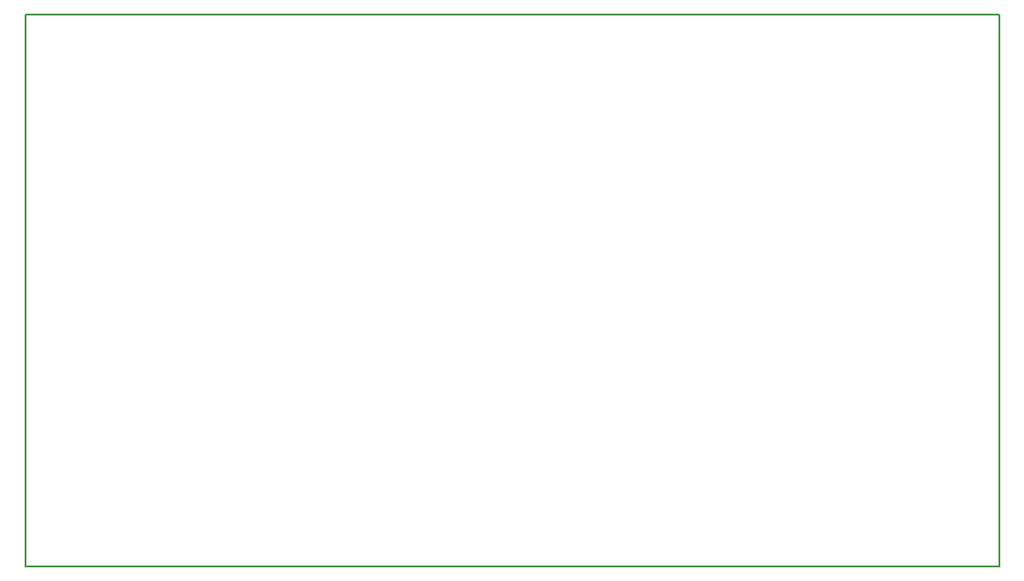
<source format=gbr>
G04 #@! TF.FileFunction,Profile,NP*
%FSLAX46Y46*%
G04 Gerber Fmt 4.6, Leading zero omitted, Abs format (unit mm)*
G04 Created by KiCad (PCBNEW 4.0.4+e1-6308~48~ubuntu15.10.1-stable) date Thu Dec  8 14:38:08 2016*
%MOMM*%
%LPD*%
G01*
G04 APERTURE LIST*
%ADD10C,0.100000*%
%ADD11C,0.150000*%
G04 APERTURE END LIST*
D10*
D11*
X82296000Y-48768000D02*
X172720000Y-48768000D01*
X82296000Y-100076000D02*
X82296000Y-48768000D01*
X172720000Y-100076000D02*
X82296000Y-100076000D01*
X172720000Y-48768000D02*
X172720000Y-100076000D01*
M02*

</source>
